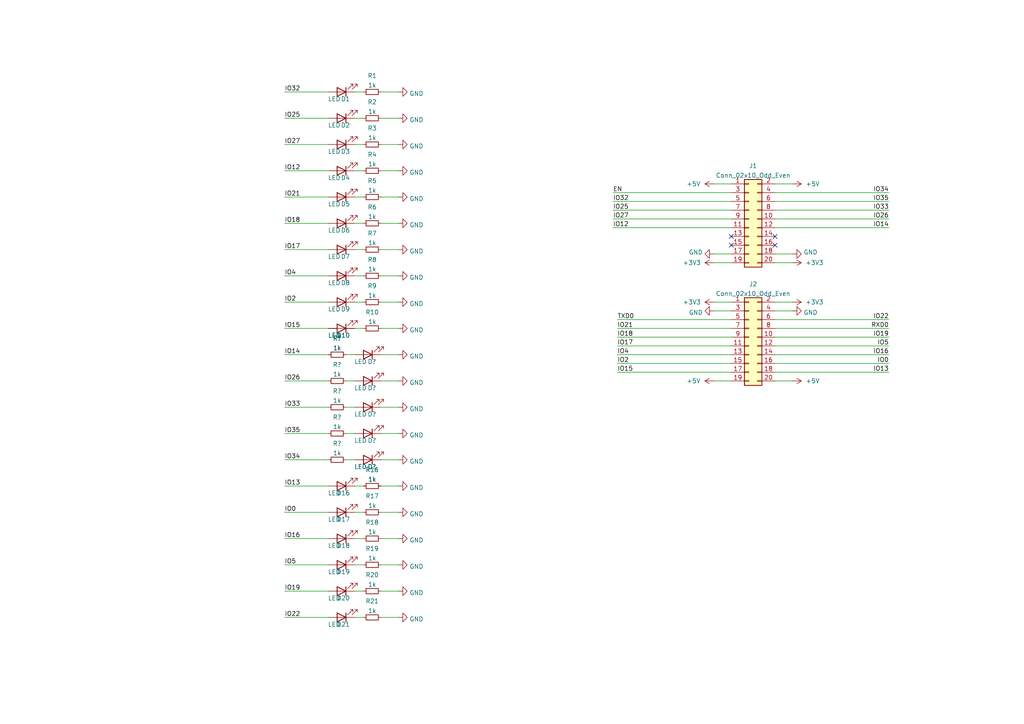
<source format=kicad_sch>
(kicad_sch (version 20211123) (generator eeschema)
  (paper "A4")
  (lib_symbols
    (symbol "Connector_Generic:Conn_02x10_Odd_Even" (pin_names (offset 1.016) hide)
      (property "Reference" "J" (at 1.27 12.7 0))
      (property "Value" "Conn_02x10_Odd_Even" (at 1.27 -15.24 0))
      (symbol "Conn_02x10_Odd_Even_1_1"
        (rectangle (start -1.27 -12.573) (end 0 -12.827) (stroke (width 0.1524)))
        (rectangle (start -1.27 -10.033) (end 0 -10.287) (stroke (width 0.1524)))
        (rectangle (start -1.27 -7.493) (end 0 -7.747) (stroke (width 0.1524)))
        (rectangle (start -1.27 -4.953) (end 0 -5.207) (stroke (width 0.1524)))
        (rectangle (start -1.27 -2.413) (end 0 -2.667) (stroke (width 0.1524)))
        (rectangle (start -1.27 0.127) (end 0 -0.127) (stroke (width 0.1524)))
        (rectangle (start -1.27 2.667) (end 0 2.413) (stroke (width 0.1524)))
        (rectangle (start -1.27 5.207) (end 0 4.953) (stroke (width 0.1524)))
        (rectangle (start -1.27 7.747) (end 0 7.493) (stroke (width 0.1524)))
        (rectangle (start -1.27 10.287) (end 0 10.033) (stroke (width 0.1524)))
        (rectangle (start -1.27 11.43) (end 3.81 -13.97) (stroke (width 0.254)) (fill (type background)))
        (rectangle (start 3.81 -12.573) (end 2.54 -12.827) (stroke (width 0.1524)))
        (rectangle (start 3.81 -10.033) (end 2.54 -10.287) (stroke (width 0.1524)))
        (rectangle (start 3.81 -7.493) (end 2.54 -7.747) (stroke (width 0.1524)))
        (rectangle (start 3.81 -4.953) (end 2.54 -5.207) (stroke (width 0.1524)))
        (rectangle (start 3.81 -2.413) (end 2.54 -2.667) (stroke (width 0.1524)))
        (rectangle (start 3.81 0.127) (end 2.54 -0.127) (stroke (width 0.1524)))
        (rectangle (start 3.81 2.667) (end 2.54 2.413) (stroke (width 0.1524)))
        (rectangle (start 3.81 5.207) (end 2.54 4.953) (stroke (width 0.1524)))
        (rectangle (start 3.81 7.747) (end 2.54 7.493) (stroke (width 0.1524)))
        (rectangle (start 3.81 10.287) (end 2.54 10.033) (stroke (width 0.1524)))
        (pin passive line (at -5.08 10.16 0) (length 3.81) (name "Pin_1") (number "1"))
        (pin passive line (at 7.62 0 180) (length 3.81) (name "Pin_10") (number "10"))
        (pin passive line (at -5.08 -2.54 0) (length 3.81) (name "Pin_11") (number "11"))
        (pin passive line (at 7.62 -2.54 180) (length 3.81) (name "Pin_12") (number "12"))
        (pin passive line (at -5.08 -5.08 0) (length 3.81) (name "Pin_13") (number "13"))
        (pin passive line (at 7.62 -5.08 180) (length 3.81) (name "Pin_14") (number "14"))
        (pin passive line (at -5.08 -7.62 0) (length 3.81) (name "Pin_15") (number "15"))
        (pin passive line (at 7.62 -7.62 180) (length 3.81) (name "Pin_16") (number "16"))
        (pin passive line (at -5.08 -10.16 0) (length 3.81) (name "Pin_17") (number "17"))
        (pin passive line (at 7.62 -10.16 180) (length 3.81) (name "Pin_18") (number "18"))
        (pin passive line (at -5.08 -12.7 0) (length 3.81) (name "Pin_19") (number "19"))
        (pin passive line (at 7.62 10.16 180) (length 3.81) (name "Pin_2") (number "2"))
        (pin passive line (at 7.62 -12.7 180) (length 3.81) (name "Pin_20") (number "20"))
        (pin passive line (at -5.08 7.62 0) (length 3.81) (name "Pin_3") (number "3"))
        (pin passive line (at 7.62 7.62 180) (length 3.81) (name "Pin_4") (number "4"))
        (pin passive line (at -5.08 5.08 0) (length 3.81) (name "Pin_5") (number "5"))
        (pin passive line (at 7.62 5.08 180) (length 3.81) (name "Pin_6") (number "6"))
        (pin passive line (at -5.08 2.54 0) (length 3.81) (name "Pin_7") (number "7"))
        (pin passive line (at 7.62 2.54 180) (length 3.81) (name "Pin_8") (number "8"))
        (pin passive line (at -5.08 0 0) (length 3.81) (name "Pin_9") (number "9"))
      )
    )
    (symbol "Device:LED" (pin_numbers hide) (pin_names (offset 1.016) hide)
      (property "Reference" "D" (at 0 2.54 0))
      (property "Value" "LED" (at 0 -2.54 0))
      (symbol "LED_0_1"
        (polyline (pts (xy -1.27 -1.27) (xy -1.27 1.27)) (stroke (width 0.254)))
        (polyline (pts (xy -1.27 0) (xy 1.27 0)))
        (polyline (pts (xy 1.27 -1.27) (xy 1.27 1.27) (xy -1.27 0) (xy 1.27 -1.27)) (stroke (width 0.254)))
        (polyline (pts (xy -3.048 -0.762) (xy -4.572 -2.286) (xy -3.81 -2.286) (xy -4.572 -2.286) (xy -4.572 -1.524)))
        (polyline (pts (xy -1.778 -0.762) (xy -3.302 -2.286) (xy -2.54 -2.286) (xy -3.302 -2.286) (xy -3.302 -1.524)))
      )
      (symbol "LED_1_1"
        (pin passive line (at -3.81 0 0) (length 2.54) (name "K") (number "1"))
        (pin passive line (at 3.81 0 180) (length 2.54) (name "A") (number "2"))
      )
    )
    (symbol "Device:R_Small" (pin_numbers hide) (pin_names (offset 0.254) hide)
      (property "Reference" "R" (at 0.762 0.508 0))
      (property "Value" "R_Small" (at 0.762 -1.016 0))
      (symbol "R_Small_0_1"
        (rectangle (start -0.762 1.778) (end 0.762 -1.778) (stroke (width 0.2032)))
      )
      (symbol "R_Small_1_1"
        (pin passive line (at 0 2.54 270) (length 0.762) (name "~") (number "1"))
        (pin passive line (at 0 -2.54 90) (length 0.762) (name "~") (number "2"))
      )
    )
    (symbol "power:+3.3V" (power) (pin_names (offset 0))
      (property "Value" "+3.3V" (at 0 3.556 0))
      (symbol "+3.3V_0_1"
        (polyline (pts (xy -0.762 1.27) (xy 0 2.54)))
        (polyline (pts (xy 0 0) (xy 0 2.54)))
        (polyline (pts (xy 0 2.54) (xy 0.762 1.27)))
      )
      (symbol "+3.3V_1_1"
        (pin power_in line (at 0 0 90) (length 0) hide (name "+3V3") (number "1"))
      )
    )
    (symbol "power:+5V" (power) (pin_names (offset 0))
      (property "Value" "+5V" (at 0 3.556 0))
      (symbol "+5V_0_1"
        (polyline (pts (xy -0.762 1.27) (xy 0 2.54)))
        (polyline (pts (xy 0 0) (xy 0 2.54)))
        (polyline (pts (xy 0 2.54) (xy 0.762 1.27)))
      )
      (symbol "+5V_1_1"
        (pin power_in line (at 0 0 90) (length 0) hide (name "+5V") (number "1"))
      )
    )
    (symbol "power:GND" (power) (pin_names (offset 0))
      (property "Value" "GND" (at 0 -3.81 0))
      (symbol "GND_0_1"
        (polyline (pts (xy 0 0) (xy 0 -1.27) (xy 1.27 -1.27) (xy 0 -2.54) (xy -1.27 -1.27) (xy 0 -1.27)))
      )
      (symbol "GND_1_1"
        (pin power_in line (at 0 0 270) (length 0) hide (name "GND") (number "1"))
      )
    )
  )
  (no_connect (at 224.79 71.12))
  (no_connect (at 212.09 68.58))
  (no_connect (at 212.09 71.12))
  (no_connect (at 224.79 68.58))
  (wire (pts (xy 82.55 156.21) (xy 95.25 156.21)))
  (wire (pts (xy 110.49 80.01) (xy 115.57 80.01)))
  (wire (pts (xy 82.55 34.29) (xy 95.25 34.29)))
  (wire (pts (xy 82.55 163.83) (xy 95.25 163.83)))
  (wire (pts (xy 100.33 110.49) (xy 102.87 110.49)))
  (wire (pts (xy 102.87 72.39) (xy 105.41 72.39)))
  (wire (pts (xy 82.55 49.53) (xy 95.25 49.53)))
  (wire (pts (xy 110.49 57.15) (xy 115.57 57.15)))
  (wire (pts (xy 207.01 53.34) (xy 212.09 53.34)))
  (wire (pts (xy 82.55 72.39) (xy 95.25 72.39)))
  (wire (pts (xy 110.49 148.59) (xy 115.57 148.59)))
  (wire (pts (xy 102.87 148.59) (xy 105.41 148.59)))
  (wire (pts (xy 102.87 26.67) (xy 105.41 26.67)))
  (wire (pts (xy 110.49 118.11) (xy 115.57 118.11)))
  (wire (pts (xy 224.79 107.95) (xy 257.81 107.95)))
  (wire (pts (xy 110.49 179.07) (xy 115.57 179.07)))
  (wire (pts (xy 110.49 41.91) (xy 115.57 41.91)))
  (wire (pts (xy 224.79 63.5) (xy 257.81 63.5)))
  (wire (pts (xy 177.8 63.5) (xy 212.09 63.5)))
  (wire (pts (xy 82.55 87.63) (xy 95.25 87.63)))
  (wire (pts (xy 102.87 95.25) (xy 105.41 95.25)))
  (wire (pts (xy 177.8 60.96) (xy 212.09 60.96)))
  (wire (pts (xy 110.49 102.87) (xy 115.57 102.87)))
  (wire (pts (xy 110.49 171.45) (xy 115.57 171.45)))
  (wire (pts (xy 82.55 80.01) (xy 95.25 80.01)))
  (wire (pts (xy 100.33 133.35) (xy 102.87 133.35)))
  (wire (pts (xy 224.79 100.33) (xy 257.81 100.33)))
  (wire (pts (xy 229.87 110.49) (xy 224.79 110.49)))
  (wire (pts (xy 82.55 140.97) (xy 95.25 140.97)))
  (wire (pts (xy 110.49 72.39) (xy 115.57 72.39)))
  (wire (pts (xy 179.07 95.25) (xy 212.09 95.25)))
  (wire (pts (xy 224.79 95.25) (xy 257.81 95.25)))
  (wire (pts (xy 82.55 133.35) (xy 95.25 133.35)))
  (wire (pts (xy 102.87 64.77) (xy 105.41 64.77)))
  (wire (pts (xy 102.87 140.97) (xy 105.41 140.97)))
  (wire (pts (xy 177.8 55.88) (xy 212.09 55.88)))
  (wire (pts (xy 224.79 105.41) (xy 257.81 105.41)))
  (wire (pts (xy 229.87 76.2) (xy 224.79 76.2)))
  (wire (pts (xy 224.79 97.79) (xy 257.81 97.79)))
  (wire (pts (xy 82.55 95.25) (xy 95.25 95.25)))
  (wire (pts (xy 224.79 92.71) (xy 257.81 92.71)))
  (wire (pts (xy 110.49 133.35) (xy 115.57 133.35)))
  (wire (pts (xy 207.01 73.66) (xy 212.09 73.66)))
  (wire (pts (xy 229.87 90.17) (xy 224.79 90.17)))
  (wire (pts (xy 102.87 57.15) (xy 105.41 57.15)))
  (wire (pts (xy 82.55 118.11) (xy 95.25 118.11)))
  (wire (pts (xy 224.79 66.04) (xy 257.81 66.04)))
  (wire (pts (xy 82.55 171.45) (xy 95.25 171.45)))
  (wire (pts (xy 82.55 26.67) (xy 95.25 26.67)))
  (wire (pts (xy 224.79 58.42) (xy 257.81 58.42)))
  (wire (pts (xy 110.49 87.63) (xy 115.57 87.63)))
  (wire (pts (xy 229.87 53.34) (xy 224.79 53.34)))
  (wire (pts (xy 110.49 110.49) (xy 115.57 110.49)))
  (wire (pts (xy 100.33 125.73) (xy 102.87 125.73)))
  (wire (pts (xy 110.49 34.29) (xy 115.57 34.29)))
  (wire (pts (xy 82.55 41.91) (xy 95.25 41.91)))
  (wire (pts (xy 229.87 73.66) (xy 224.79 73.66)))
  (wire (pts (xy 207.01 76.2) (xy 212.09 76.2)))
  (wire (pts (xy 102.87 80.01) (xy 105.41 80.01)))
  (wire (pts (xy 179.07 92.71) (xy 212.09 92.71)))
  (wire (pts (xy 100.33 102.87) (xy 102.87 102.87)))
  (wire (pts (xy 82.55 102.87) (xy 95.25 102.87)))
  (wire (pts (xy 224.79 60.96) (xy 257.81 60.96)))
  (wire (pts (xy 82.55 148.59) (xy 95.25 148.59)))
  (wire (pts (xy 179.07 105.41) (xy 212.09 105.41)))
  (wire (pts (xy 100.33 118.11) (xy 102.87 118.11)))
  (wire (pts (xy 82.55 125.73) (xy 95.25 125.73)))
  (wire (pts (xy 82.55 110.49) (xy 95.25 110.49)))
  (wire (pts (xy 110.49 163.83) (xy 115.57 163.83)))
  (wire (pts (xy 110.49 156.21) (xy 115.57 156.21)))
  (wire (pts (xy 82.55 179.07) (xy 95.25 179.07)))
  (wire (pts (xy 224.79 102.87) (xy 257.81 102.87)))
  (wire (pts (xy 179.07 100.33) (xy 212.09 100.33)))
  (wire (pts (xy 82.55 64.77) (xy 95.25 64.77)))
  (wire (pts (xy 207.01 87.63) (xy 212.09 87.63)))
  (wire (pts (xy 110.49 125.73) (xy 115.57 125.73)))
  (wire (pts (xy 179.07 102.87) (xy 212.09 102.87)))
  (wire (pts (xy 224.79 55.88) (xy 257.81 55.88)))
  (wire (pts (xy 102.87 171.45) (xy 105.41 171.45)))
  (wire (pts (xy 110.49 95.25) (xy 115.57 95.25)))
  (wire (pts (xy 229.87 87.63) (xy 224.79 87.63)))
  (wire (pts (xy 102.87 49.53) (xy 105.41 49.53)))
  (wire (pts (xy 102.87 34.29) (xy 105.41 34.29)))
  (wire (pts (xy 102.87 87.63) (xy 105.41 87.63)))
  (wire (pts (xy 110.49 26.67) (xy 115.57 26.67)))
  (wire (pts (xy 110.49 49.53) (xy 115.57 49.53)))
  (wire (pts (xy 110.49 64.77) (xy 115.57 64.77)))
  (wire (pts (xy 102.87 156.21) (xy 105.41 156.21)))
  (wire (pts (xy 110.49 140.97) (xy 115.57 140.97)))
  (wire (pts (xy 102.87 41.91) (xy 105.41 41.91)))
  (wire (pts (xy 207.01 90.17) (xy 212.09 90.17)))
  (wire (pts (xy 82.55 57.15) (xy 95.25 57.15)))
  (wire (pts (xy 179.07 107.95) (xy 212.09 107.95)))
  (wire (pts (xy 207.01 110.49) (xy 212.09 110.49)))
  (wire (pts (xy 102.87 163.83) (xy 105.41 163.83)))
  (wire (pts (xy 179.07 97.79) (xy 212.09 97.79)))
  (wire (pts (xy 177.8 58.42) (xy 212.09 58.42)))
  (wire (pts (xy 177.8 66.04) (xy 212.09 66.04)))
  (wire (pts (xy 102.87 179.07) (xy 105.41 179.07)))
  (label "IO22" (at 257.81 92.71 180))
  (label "IO4" (at 179.07 102.87 0))
  (label "IO26" (at 257.81 63.5 180))
  (label "IO12" (at 177.8 66.04 0))
  (label "IO19" (at 257.81 97.79 180))
  (label "IO25" (at 177.8 60.96 0))
  (label "IO15" (at 82.55 95.25 0))
  (label "IO18" (at 179.07 97.79 0))
  (label "IO0" (at 82.55 148.59 0))
  (label "IO21" (at 82.55 57.15 0))
  (label "IO33" (at 82.55 118.11 0))
  (label "IO13" (at 257.81 107.95 180))
  (label "IO14" (at 257.81 66.04 180))
  (label "IO35" (at 257.81 58.42 180))
  (label "IO12" (at 82.55 49.53 0))
  (label "IO4" (at 82.55 80.01 0))
  (label "IO26" (at 82.55 110.49 0))
  (label "IO16" (at 257.81 102.87 180))
  (label "IO32" (at 82.55 26.67 0))
  (label "IO34" (at 257.81 55.88 180))
  (label "IO17" (at 82.55 72.39 0))
  (label "IO32" (at 177.8 58.42 0))
  (label "IO15" (at 179.07 107.95 0))
  (label "IO19" (at 82.55 171.45 0))
  (label "IO14" (at 82.55 102.87 0))
  (label "IO22" (at 82.55 179.07 0))
  (label "IO18" (at 82.55 64.77 0))
  (label "TXD0" (at 179.07 92.71 0))
  (label "EN" (at 177.8 55.88 0))
  (label "IO16" (at 82.55 156.21 0))
  (label "IO2" (at 82.55 87.63 0))
  (label "IO2" (at 179.07 105.41 0))
  (label "IO27" (at 82.55 41.91 0))
  (label "IO21" (at 179.07 95.25 0))
  (label "RXD0" (at 257.81 95.25 180))
  (label "IO34" (at 82.55 133.35 0))
  (label "IO33" (at 257.81 60.96 180))
  (label "IO17" (at 179.07 100.33 0))
  (label "IO5" (at 82.55 163.83 0))
  (label "IO25" (at 82.55 34.29 0))
  (label "IO35" (at 82.55 125.73 0))
  (label "IO13" (at 82.55 140.97 0))
  (label "IO27" (at 177.8 63.5 0))
  (label "IO5" (at 257.81 100.33 180))
  (label "IO0" (at 257.81 105.41 180))
  (symbol (lib_id "power:GND") (at 115.57 110.49 90) (unit 1)
    (property "Reference" "#PWR?" (effects hide))
    (property "Value" "GND" (at 118.745 110.969 90) (effects (justify right)))
  )
  (symbol (lib_id "Connector_Generic:Conn_02x10_Odd_Even") (at 217.17 63.5 0) (unit 1)
    (property "Reference" "J1" (at 218.44 48.1035 0))
    (property "Value" "Conn_02x10_Odd_Even" (at 218.44 50.8786 0))
    (property "Footprint" "Connector_PinHeader_2.54mm:PinHeader_2x10_P2.54mm_Vertical" (effects hide))
  )
  (symbol (lib_id "Device:R_Small") (at 107.95 179.07 270) (unit 1)
    (property "Reference" "R21" (at 107.95 174.3669 90))
    (property "Value" "1k" (at 107.95 177.142 90))
    (property "Footprint" "Resistor_SMD:R_0603_1608Metric_Pad0.98x0.95mm_HandSolder" (effects hide))
  )
  (symbol (lib_id "power:+3.3V") (at 229.87 76.2 270) (unit 1)
    (property "Reference" "#PWR0108" (effects hide))
    (property "Value" "+3.3V" (at 236.22 76.2 90))
  )
  (symbol (lib_id "power:GND") (at 115.57 95.25 90) (unit 1)
    (property "Reference" "#PWR0124" (effects hide))
    (property "Value" "GND" (at 118.745 95.729 90) (effects (justify right)))
  )
  (symbol (lib_id "Device:LED") (at 99.06 87.63 180) (unit 1)
    (property "Reference" "D9" (at 101.556 89.662 0) (effects (justify left)))
    (property "Value" "LED" (at 98.7809 89.662 0) (effects (justify left)))
    (property "Footprint" "LED_SMD:LED_0603_1608Metric_Pad1.05x0.95mm_HandSolder" (effects hide))
  )
  (symbol (lib_id "Device:LED") (at 106.68 110.49 180) (unit 1)
    (property "Reference" "D?" (at 109.176 112.522 0) (effects (justify left)))
    (property "Value" "LED" (at 106.4009 112.522 0) (effects (justify left)))
    (property "Footprint" "LED_SMD:LED_0603_1608Metric_Pad1.05x0.95mm_HandSolder" (effects hide))
  )
  (symbol (lib_id "Device:LED") (at 106.68 133.35 180) (unit 1)
    (property "Reference" "D?" (at 109.176 135.382 0) (effects (justify left)))
    (property "Value" "LED" (at 106.4009 135.382 0) (effects (justify left)))
    (property "Footprint" "LED_SMD:LED_0603_1608Metric_Pad1.05x0.95mm_HandSolder" (effects hide))
  )
  (symbol (lib_id "power:+3.3V") (at 207.01 76.2 90) (mirror x) (unit 1)
    (property "Reference" "#PWR0112" (effects hide))
    (property "Value" "+3.3V" (at 200.66 76.2 90))
  )
  (symbol (lib_id "power:GND") (at 115.57 179.07 90) (unit 1)
    (property "Reference" "#PWR0132" (effects hide))
    (property "Value" "GND" (at 118.745 179.549 90) (effects (justify right)))
  )
  (symbol (lib_id "power:GND") (at 207.01 90.17 270) (unit 1)
    (property "Reference" "#PWR0104" (effects hide))
    (property "Value" "GND" (at 203.8351 90.649 90) (effects (justify right)))
  )
  (symbol (lib_id "power:GND") (at 115.57 87.63 90) (unit 1)
    (property "Reference" "#PWR0127" (effects hide))
    (property "Value" "GND" (at 118.745 88.109 90) (effects (justify right)))
  )
  (symbol (lib_id "Device:R_Small") (at 107.95 72.39 270) (unit 1)
    (property "Reference" "R7" (at 107.95 67.6869 90))
    (property "Value" "1k" (at 107.95 70.462 90))
    (property "Footprint" "Resistor_SMD:R_0603_1608Metric_Pad0.98x0.95mm_HandSolder" (effects hide))
  )
  (symbol (lib_id "Device:R_Small") (at 107.95 64.77 270) (unit 1)
    (property "Reference" "R6" (at 107.95 60.0669 90))
    (property "Value" "1k" (at 107.95 62.842 90))
    (property "Footprint" "Resistor_SMD:R_0603_1608Metric_Pad0.98x0.95mm_HandSolder" (effects hide))
  )
  (symbol (lib_id "power:GND") (at 115.57 41.91 90) (unit 1)
    (property "Reference" "#PWR0118" (effects hide))
    (property "Value" "GND" (at 118.745 42.389 90) (effects (justify right)))
  )
  (symbol (lib_id "power:GND") (at 115.57 140.97 90) (unit 1)
    (property "Reference" "#PWR0133" (effects hide))
    (property "Value" "GND" (at 118.745 141.449 90) (effects (justify right)))
  )
  (symbol (lib_id "power:GND") (at 115.57 133.35 90) (unit 1)
    (property "Reference" "#PWR?" (effects hide))
    (property "Value" "GND" (at 118.745 133.829 90) (effects (justify right)))
  )
  (symbol (lib_id "power:+5V") (at 229.87 110.49 270) (mirror x) (unit 1)
    (property "Reference" "#PWR0102" (effects hide))
    (property "Value" "+5V" (at 233.68 110.49 90) (effects (justify left)))
  )
  (symbol (lib_id "power:GND") (at 207.01 73.66 270) (mirror x) (unit 1)
    (property "Reference" "#PWR0110" (effects hide))
    (property "Value" "GND" (at 203.8351 73.181 90) (effects (justify right)))
  )
  (symbol (lib_id "Device:LED") (at 99.06 26.67 180) (unit 1)
    (property "Reference" "D1" (at 101.556 28.702 0) (effects (justify left)))
    (property "Value" "LED" (at 98.7809 28.702 0) (effects (justify left)))
    (property "Footprint" "LED_SMD:LED_0603_1608Metric_Pad1.05x0.95mm_HandSolder" (effects hide))
  )
  (symbol (lib_id "power:GND") (at 115.57 148.59 90) (unit 1)
    (property "Reference" "#PWR0130" (effects hide))
    (property "Value" "GND" (at 118.745 149.069 90) (effects (justify right)))
  )
  (symbol (lib_id "Device:R_Small") (at 107.95 148.59 270) (unit 1)
    (property "Reference" "R17" (at 107.95 143.8869 90))
    (property "Value" "1k" (at 107.95 146.662 90))
    (property "Footprint" "Resistor_SMD:R_0603_1608Metric_Pad0.98x0.95mm_HandSolder" (effects hide))
  )
  (symbol (lib_id "Device:R_Small") (at 97.79 133.35 270) (unit 1)
    (property "Reference" "R?" (at 97.79 128.6469 90))
    (property "Value" "1k" (at 97.79 131.422 90))
    (property "Footprint" "Resistor_SMD:R_0603_1608Metric_Pad0.98x0.95mm_HandSolder" (effects hide))
  )
  (symbol (lib_id "Device:LED") (at 99.06 171.45 180) (unit 1)
    (property "Reference" "D20" (at 101.556 173.482 0) (effects (justify left)))
    (property "Value" "LED" (at 98.7809 173.482 0) (effects (justify left)))
    (property "Footprint" "LED_SMD:LED_0603_1608Metric_Pad1.05x0.95mm_HandSolder" (effects hide))
  )
  (symbol (lib_id "power:GND") (at 115.57 118.11 90) (unit 1)
    (property "Reference" "#PWR?" (effects hide))
    (property "Value" "GND" (at 118.745 118.589 90) (effects (justify right)))
  )
  (symbol (lib_id "power:GND") (at 115.57 72.39 90) (unit 1)
    (property "Reference" "#PWR0115" (effects hide))
    (property "Value" "GND" (at 118.745 72.869 90) (effects (justify right)))
  )
  (symbol (lib_id "Device:R_Small") (at 97.79 125.73 270) (unit 1)
    (property "Reference" "R?" (at 97.79 121.0269 90))
    (property "Value" "1k" (at 97.79 123.802 90))
    (property "Footprint" "Resistor_SMD:R_0603_1608Metric_Pad0.98x0.95mm_HandSolder" (effects hide))
  )
  (symbol (lib_id "power:GND") (at 115.57 57.15 90) (unit 1)
    (property "Reference" "#PWR0119" (effects hide))
    (property "Value" "GND" (at 118.745 57.629 90) (effects (justify right)))
  )
  (symbol (lib_id "power:GND") (at 115.57 64.77 90) (unit 1)
    (property "Reference" "#PWR0113" (effects hide))
    (property "Value" "GND" (at 118.745 65.249 90) (effects (justify right)))
  )
  (symbol (lib_id "power:GND") (at 115.57 49.53 90) (unit 1)
    (property "Reference" "#PWR0120" (effects hide))
    (property "Value" "GND" (at 118.745 50.009 90) (effects (justify right)))
  )
  (symbol (lib_id "power:GND") (at 115.57 171.45 90) (unit 1)
    (property "Reference" "#PWR0131" (effects hide))
    (property "Value" "GND" (at 118.745 171.929 90) (effects (justify right)))
  )
  (symbol (lib_id "power:+5V") (at 207.01 110.49 90) (unit 1)
    (property "Reference" "#PWR0101" (effects hide))
    (property "Value" "+5V" (at 203.2 110.49 90) (effects (justify left)))
  )
  (symbol (lib_id "Device:R_Small") (at 97.79 110.49 270) (unit 1)
    (property "Reference" "R?" (at 97.79 105.7869 90))
    (property "Value" "1k" (at 97.79 108.562 90))
    (property "Footprint" "Resistor_SMD:R_0603_1608Metric_Pad0.98x0.95mm_HandSolder" (effects hide))
  )
  (symbol (lib_id "Device:LED") (at 99.06 179.07 180) (unit 1)
    (property "Reference" "D21" (at 101.556 181.102 0) (effects (justify left)))
    (property "Value" "LED" (at 98.7809 181.102 0) (effects (justify left)))
    (property "Footprint" "LED_SMD:LED_0603_1608Metric_Pad1.05x0.95mm_HandSolder" (effects hide))
  )
  (symbol (lib_id "Device:R_Small") (at 107.95 156.21 270) (unit 1)
    (property "Reference" "R18" (at 107.95 151.5069 90))
    (property "Value" "1k" (at 107.95 154.282 90))
    (property "Footprint" "Resistor_SMD:R_0603_1608Metric_Pad0.98x0.95mm_HandSolder" (effects hide))
  )
  (symbol (lib_id "Device:R_Small") (at 107.95 49.53 270) (unit 1)
    (property "Reference" "R4" (at 107.95 44.8269 90))
    (property "Value" "1k" (at 107.95 47.602 90))
    (property "Footprint" "Resistor_SMD:R_0603_1608Metric_Pad0.98x0.95mm_HandSolder" (effects hide))
  )
  (symbol (lib_id "power:GND") (at 115.57 163.83 90) (unit 1)
    (property "Reference" "#PWR0128" (effects hide))
    (property "Value" "GND" (at 118.745 164.309 90) (effects (justify right)))
  )
  (symbol (lib_id "power:GND") (at 115.57 156.21 90) (unit 1)
    (property "Reference" "#PWR0129" (effects hide))
    (property "Value" "GND" (at 118.745 156.689 90) (effects (justify right)))
  )
  (symbol (lib_id "Device:LED") (at 99.06 49.53 180) (unit 1)
    (property "Reference" "D4" (at 101.556 51.562 0) (effects (justify left)))
    (property "Value" "LED" (at 98.7809 51.562 0) (effects (justify left)))
    (property "Footprint" "LED_SMD:LED_0603_1608Metric_Pad1.05x0.95mm_HandSolder" (effects hide))
  )
  (symbol (lib_id "Device:R_Small") (at 107.95 140.97 270) (unit 1)
    (property "Reference" "R16" (at 107.95 136.2669 90))
    (property "Value" "1k" (at 107.95 139.042 90))
    (property "Footprint" "Resistor_SMD:R_0603_1608Metric_Pad0.98x0.95mm_HandSolder" (effects hide))
  )
  (symbol (lib_id "power:GND") (at 115.57 125.73 90) (unit 1)
    (property "Reference" "#PWR?" (effects hide))
    (property "Value" "GND" (at 118.745 126.209 90) (effects (justify right)))
  )
  (symbol (lib_id "Device:R_Small") (at 97.79 118.11 270) (unit 1)
    (property "Reference" "R?" (at 97.79 113.4069 90))
    (property "Value" "1k" (at 97.79 116.182 90))
    (property "Footprint" "Resistor_SMD:R_0603_1608Metric_Pad0.98x0.95mm_HandSolder" (effects hide))
  )
  (symbol (lib_id "power:GND") (at 115.57 34.29 90) (unit 1)
    (property "Reference" "#PWR0117" (effects hide))
    (property "Value" "GND" (at 118.745 34.769 90) (effects (justify right)))
  )
  (symbol (lib_id "Device:LED") (at 99.06 148.59 180) (unit 1)
    (property "Reference" "D17" (at 101.556 150.622 0) (effects (justify left)))
    (property "Value" "LED" (at 98.7809 150.622 0) (effects (justify left)))
    (property "Footprint" "LED_SMD:LED_0603_1608Metric_Pad1.05x0.95mm_HandSolder" (effects hide))
  )
  (symbol (lib_id "Connector_Generic:Conn_02x10_Odd_Even") (at 217.17 97.79 0) (unit 1)
    (property "Reference" "J2" (at 218.44 82.3935 0))
    (property "Value" "Conn_02x10_Odd_Even" (at 218.44 85.1686 0))
    (property "Footprint" "Connector_PinHeader_2.54mm:PinHeader_2x10_P2.54mm_Vertical" (effects hide))
  )
  (symbol (lib_id "Device:R_Small") (at 107.95 87.63 270) (unit 1)
    (property "Reference" "R9" (at 107.95 82.9269 90))
    (property "Value" "1k" (at 107.95 85.702 90))
    (property "Footprint" "Resistor_SMD:R_0603_1608Metric_Pad0.98x0.95mm_HandSolder" (effects hide))
  )
  (symbol (lib_id "power:GND") (at 115.57 26.67 90) (unit 1)
    (property "Reference" "#PWR0116" (effects hide))
    (property "Value" "GND" (at 118.745 27.149 90) (effects (justify right)))
  )
  (symbol (lib_id "Device:LED") (at 99.06 41.91 180) (unit 1)
    (property "Reference" "D3" (at 101.556 43.942 0) (effects (justify left)))
    (property "Value" "LED" (at 98.7809 43.942 0) (effects (justify left)))
    (property "Footprint" "LED_SMD:LED_0603_1608Metric_Pad1.05x0.95mm_HandSolder" (effects hide))
  )
  (symbol (lib_id "Device:LED") (at 99.06 95.25 180) (unit 1)
    (property "Reference" "D10" (at 101.556 97.282 0) (effects (justify left)))
    (property "Value" "LED" (at 98.7809 97.282 0) (effects (justify left)))
    (property "Footprint" "LED_SMD:LED_0603_1608Metric_Pad1.05x0.95mm_HandSolder" (effects hide))
  )
  (symbol (lib_id "Device:R_Small") (at 107.95 41.91 270) (unit 1)
    (property "Reference" "R3" (at 107.95 37.2069 90))
    (property "Value" "1k" (at 107.95 39.982 90))
    (property "Footprint" "Resistor_SMD:R_0603_1608Metric_Pad0.98x0.95mm_HandSolder" (effects hide))
  )
  (symbol (lib_id "Device:R_Small") (at 97.79 102.87 270) (unit 1)
    (property "Reference" "R?" (at 97.79 98.1669 90))
    (property "Value" "1k" (at 97.79 100.942 90))
    (property "Footprint" "Resistor_SMD:R_0603_1608Metric_Pad0.98x0.95mm_HandSolder" (effects hide))
  )
  (symbol (lib_id "Device:R_Small") (at 107.95 171.45 270) (unit 1)
    (property "Reference" "R20" (at 107.95 166.7469 90))
    (property "Value" "1k" (at 107.95 169.522 90))
    (property "Footprint" "Resistor_SMD:R_0603_1608Metric_Pad0.98x0.95mm_HandSolder" (effects hide))
  )
  (symbol (lib_id "power:+5V") (at 229.87 53.34 270) (unit 1)
    (property "Reference" "#PWR0107" (effects hide))
    (property "Value" "+5V" (at 233.68 53.34 90) (effects (justify left)))
  )
  (symbol (lib_id "Device:LED") (at 99.06 156.21 180) (unit 1)
    (property "Reference" "D18" (at 101.556 158.242 0) (effects (justify left)))
    (property "Value" "LED" (at 98.7809 158.242 0) (effects (justify left)))
    (property "Footprint" "LED_SMD:LED_0603_1608Metric_Pad1.05x0.95mm_HandSolder" (effects hide))
  )
  (symbol (lib_id "power:+5V") (at 207.01 53.34 90) (mirror x) (unit 1)
    (property "Reference" "#PWR0111" (effects hide))
    (property "Value" "+5V" (at 203.2 53.34 90) (effects (justify left)))
  )
  (symbol (lib_id "power:GND") (at 229.87 73.66 90) (unit 1)
    (property "Reference" "#PWR0109" (effects hide))
    (property "Value" "GND" (at 233.0449 73.181 90) (effects (justify right)))
  )
  (symbol (lib_id "power:+3.3V") (at 229.87 87.63 270) (mirror x) (unit 1)
    (property "Reference" "#PWR0106" (effects hide))
    (property "Value" "+3.3V" (at 236.22 87.63 90))
  )
  (symbol (lib_id "Device:LED") (at 99.06 64.77 180) (unit 1)
    (property "Reference" "D6" (at 101.556 66.802 0) (effects (justify left)))
    (property "Value" "LED" (at 98.7809 66.802 0) (effects (justify left)))
    (property "Footprint" "LED_SMD:LED_0603_1608Metric_Pad1.05x0.95mm_HandSolder" (effects hide))
  )
  (symbol (lib_id "Device:LED") (at 106.68 102.87 180) (unit 1)
    (property "Reference" "D?" (at 109.176 104.902 0) (effects (justify left)))
    (property "Value" "LED" (at 106.4009 104.902 0) (effects (justify left)))
    (property "Footprint" "LED_SMD:LED_0603_1608Metric_Pad1.05x0.95mm_HandSolder" (effects hide))
  )
  (symbol (lib_id "Device:LED") (at 99.06 80.01 180) (unit 1)
    (property "Reference" "D8" (at 101.556 82.042 0) (effects (justify left)))
    (property "Value" "LED" (at 98.7809 82.042 0) (effects (justify left)))
    (property "Footprint" "LED_SMD:LED_0603_1608Metric_Pad1.05x0.95mm_HandSolder" (effects hide))
  )
  (symbol (lib_id "Device:LED") (at 106.68 118.11 180) (unit 1)
    (property "Reference" "D?" (at 109.176 120.142 0) (effects (justify left)))
    (property "Value" "LED" (at 106.4009 120.142 0) (effects (justify left)))
    (property "Footprint" "LED_SMD:LED_0603_1608Metric_Pad1.05x0.95mm_HandSolder" (effects hide))
  )
  (symbol (lib_id "power:GND") (at 115.57 80.01 90) (unit 1)
    (property "Reference" "#PWR0114" (effects hide))
    (property "Value" "GND" (at 118.745 80.489 90) (effects (justify right)))
  )
  (symbol (lib_id "Device:LED") (at 99.06 163.83 180) (unit 1)
    (property "Reference" "D19" (at 101.556 165.862 0) (effects (justify left)))
    (property "Value" "LED" (at 98.7809 165.862 0) (effects (justify left)))
    (property "Footprint" "LED_SMD:LED_0603_1608Metric_Pad1.05x0.95mm_HandSolder" (effects hide))
  )
  (symbol (lib_id "Device:R_Small") (at 107.95 95.25 270) (unit 1)
    (property "Reference" "R10" (at 107.95 90.5469 90))
    (property "Value" "1k" (at 107.95 93.322 90))
    (property "Footprint" "Resistor_SMD:R_0603_1608Metric_Pad0.98x0.95mm_HandSolder" (effects hide))
  )
  (symbol (lib_id "Device:R_Small") (at 107.95 57.15 270) (unit 1)
    (property "Reference" "R5" (at 107.95 52.4469 90))
    (property "Value" "1k" (at 107.95 55.222 90))
    (property "Footprint" "Resistor_SMD:R_0603_1608Metric_Pad0.98x0.95mm_HandSolder" (effects hide))
  )
  (symbol (lib_id "power:GND") (at 229.87 90.17 90) (mirror x) (unit 1)
    (property "Reference" "#PWR0103" (effects hide))
    (property "Value" "GND" (at 233.0449 90.649 90) (effects (justify right)))
  )
  (symbol (lib_id "Device:LED") (at 99.06 72.39 180) (unit 1)
    (property "Reference" "D7" (at 101.556 74.422 0) (effects (justify left)))
    (property "Value" "LED" (at 98.7809 74.422 0) (effects (justify left)))
    (property "Footprint" "LED_SMD:LED_0603_1608Metric_Pad1.05x0.95mm_HandSolder" (effects hide))
  )
  (symbol (lib_id "Device:R_Small") (at 107.95 163.83 270) (unit 1)
    (property "Reference" "R19" (at 107.95 159.1269 90))
    (property "Value" "1k" (at 107.95 161.902 90))
    (property "Footprint" "Resistor_SMD:R_0603_1608Metric_Pad0.98x0.95mm_HandSolder" (effects hide))
  )
  (symbol (lib_id "Device:LED") (at 99.06 57.15 180) (unit 1)
    (property "Reference" "D5" (at 101.556 59.182 0) (effects (justify left)))
    (property "Value" "LED" (at 98.7809 59.182 0) (effects (justify left)))
    (property "Footprint" "LED_SMD:LED_0603_1608Metric_Pad1.05x0.95mm_HandSolder" (effects hide))
  )
  (symbol (lib_id "Device:R_Small") (at 107.95 34.29 270) (unit 1)
    (property "Reference" "R2" (at 107.95 29.5869 90))
    (property "Value" "1k" (at 107.95 32.362 90))
    (property "Footprint" "Resistor_SMD:R_0603_1608Metric_Pad0.98x0.95mm_HandSolder" (effects hide))
  )
  (symbol (lib_id "Device:LED") (at 106.68 125.73 180) (unit 1)
    (property "Reference" "D?" (at 109.176 127.762 0) (effects (justify left)))
    (property "Value" "LED" (at 106.4009 127.762 0) (effects (justify left)))
    (property "Footprint" "LED_SMD:LED_0603_1608Metric_Pad1.05x0.95mm_HandSolder" (effects hide))
  )
  (symbol (lib_id "Device:R_Small") (at 107.95 80.01 270) (unit 1)
    (property "Reference" "R8" (at 107.95 75.3069 90))
    (property "Value" "1k" (at 107.95 78.082 90))
    (property "Footprint" "Resistor_SMD:R_0603_1608Metric_Pad0.98x0.95mm_HandSolder" (effects hide))
  )
  (symbol (lib_id "power:+3.3V") (at 207.01 87.63 90) (unit 1)
    (property "Reference" "#PWR0105" (effects hide))
    (property "Value" "+3.3V" (at 200.66 87.63 90))
  )
  (symbol (lib_id "Device:LED") (at 99.06 34.29 180) (unit 1)
    (property "Reference" "D2" (at 101.556 36.322 0) (effects (justify left)))
    (property "Value" "LED" (at 98.7809 36.322 0) (effects (justify left)))
    (property "Footprint" "LED_SMD:LED_0603_1608Metric_Pad1.05x0.95mm_HandSolder" (effects hide))
  )
  (symbol (lib_id "Device:R_Small") (at 107.95 26.67 270) (unit 1)
    (property "Reference" "R1" (at 107.95 21.9669 90))
    (property "Value" "1k" (at 107.95 24.742 90))
    (property "Footprint" "Resistor_SMD:R_0603_1608Metric_Pad0.98x0.95mm_HandSolder" (effects hide))
  )
  (symbol (lib_id "power:GND") (at 115.57 102.87 90) (unit 1)
    (property "Reference" "#PWR?" (effects hide))
    (property "Value" "GND" (at 118.745 103.349 90) (effects (justify right)))
  )
  (symbol (lib_id "Device:LED") (at 99.06 140.97 180) (unit 1)
    (property "Reference" "D16" (at 101.556 143.002 0) (effects (justify left)))
    (property "Value" "LED" (at 98.7809 143.002 0) (effects (justify left)))
    (property "Footprint" "LED_SMD:LED_0603_1608Metric_Pad1.05x0.95mm_HandSolder" (effects hide))
  )
)
</source>
